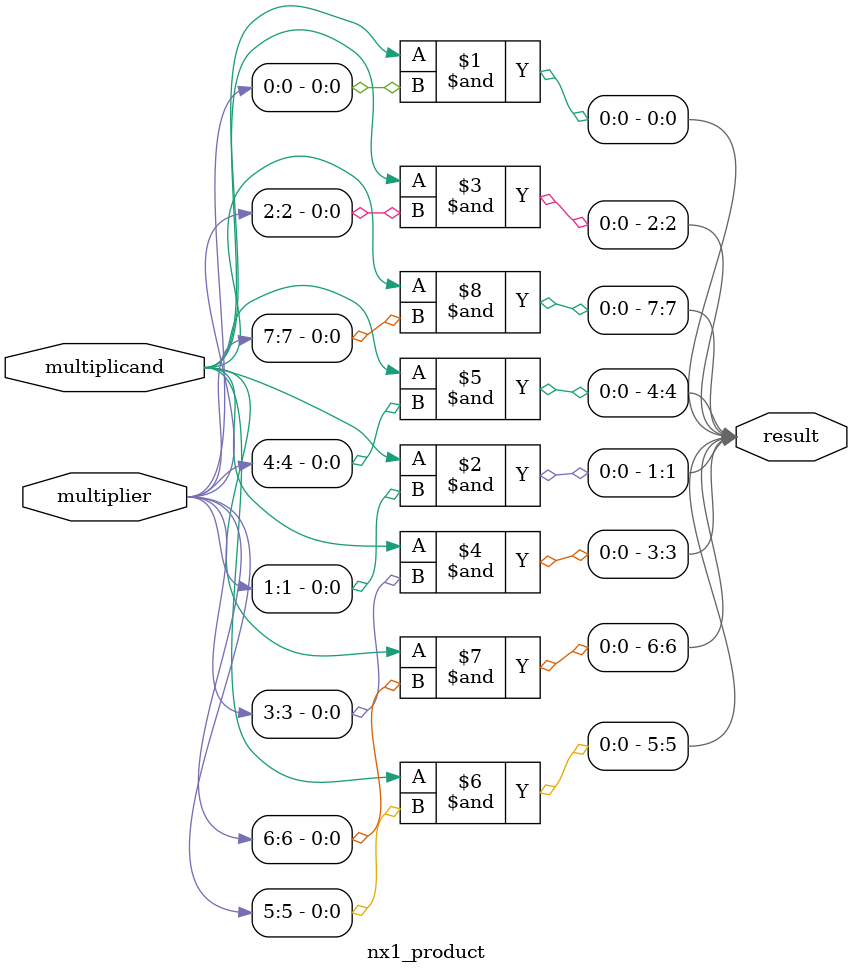
<source format=v>
module nx1_product(multiplicand, multiplier, result);
	parameter DATA_WIDTH = 8;
	output [DATA_WIDTH-1:0] result;
	input multiplicand;
  	input  [DATA_WIDTH-1:0] multiplier;
  genvar i;
  generate 
    for (i = 0; i < DATA_WIDTH; i = i + 1) begin
          and a0 (result[i],multiplicand, multiplier[i]);
    end
  endgenerate	
endmodule

</source>
